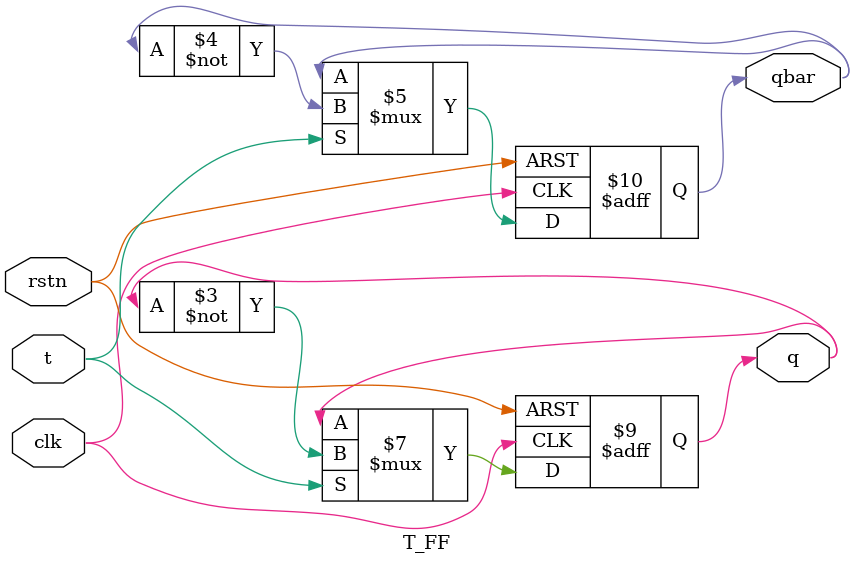
<source format=v>
module T_FF(
    input t, rstn, clk,
    output reg q,
    output reg qbar
);

always @ (posedge clk or negedge rstn) begin
    if (!rstn) begin
        q <= 0;
        qbar <= 1;
    end else if (t) begin
        q <= ~q;
        qbar <= ~qbar;
    end
end
endmodule

</source>
